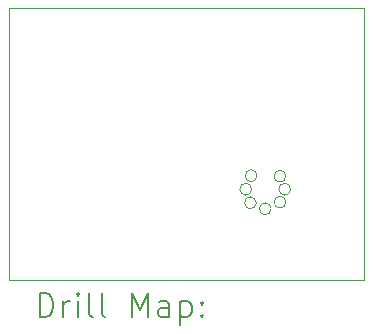
<source format=gbr>
%TF.GenerationSoftware,KiCad,Pcbnew,8.0.6*%
%TF.CreationDate,2024-11-27T10:36:13+01:00*%
%TF.ProjectId,TDR1,54445231-2e6b-4696-9361-645f70636258,0.1*%
%TF.SameCoordinates,Original*%
%TF.FileFunction,Drillmap*%
%TF.FilePolarity,Positive*%
%FSLAX45Y45*%
G04 Gerber Fmt 4.5, Leading zero omitted, Abs format (unit mm)*
G04 Created by KiCad (PCBNEW 8.0.6) date 2024-11-27 10:36:13*
%MOMM*%
%LPD*%
G01*
G04 APERTURE LIST*
%ADD10C,0.100000*%
%ADD11C,0.050000*%
%ADD12C,0.200000*%
G04 APERTURE END LIST*
D10*
X3000000Y2300000D02*
X3000000Y0D01*
X0Y0D02*
X0Y2300000D01*
D11*
X2090000Y650000D02*
G75*
G02*
X1990000Y650000I-50000J0D01*
G01*
X1990000Y650000D02*
G75*
G02*
X2090000Y650000I50000J0D01*
G01*
X2380000Y765000D02*
G75*
G02*
X2280000Y765000I-50000J0D01*
G01*
X2280000Y765000D02*
G75*
G02*
X2380000Y765000I50000J0D01*
G01*
X2095000Y880000D02*
G75*
G02*
X1995000Y880000I-50000J0D01*
G01*
X1995000Y880000D02*
G75*
G02*
X2095000Y880000I50000J0D01*
G01*
D10*
X3000000Y0D02*
X0Y0D01*
X0Y2300000D02*
X3000000Y2300000D01*
D11*
X2050000Y765000D02*
G75*
G02*
X1950000Y765000I-50000J0D01*
G01*
X1950000Y765000D02*
G75*
G02*
X2050000Y765000I50000J0D01*
G01*
X2340000Y875000D02*
G75*
G02*
X2240000Y875000I-50000J0D01*
G01*
X2240000Y875000D02*
G75*
G02*
X2340000Y875000I50000J0D01*
G01*
X2340000Y655000D02*
G75*
G02*
X2240000Y655000I-50000J0D01*
G01*
X2240000Y655000D02*
G75*
G02*
X2340000Y655000I50000J0D01*
G01*
X2215000Y600000D02*
G75*
G02*
X2115000Y600000I-50000J0D01*
G01*
X2115000Y600000D02*
G75*
G02*
X2215000Y600000I50000J0D01*
G01*
D12*
X255777Y-316484D02*
X255777Y-116484D01*
X255777Y-116484D02*
X303396Y-116484D01*
X303396Y-116484D02*
X331967Y-126008D01*
X331967Y-126008D02*
X351015Y-145055D01*
X351015Y-145055D02*
X360539Y-164103D01*
X360539Y-164103D02*
X370062Y-202198D01*
X370062Y-202198D02*
X370062Y-230769D01*
X370062Y-230769D02*
X360539Y-268865D01*
X360539Y-268865D02*
X351015Y-287912D01*
X351015Y-287912D02*
X331967Y-306960D01*
X331967Y-306960D02*
X303396Y-316484D01*
X303396Y-316484D02*
X255777Y-316484D01*
X455777Y-316484D02*
X455777Y-183150D01*
X455777Y-221246D02*
X465301Y-202198D01*
X465301Y-202198D02*
X474824Y-192674D01*
X474824Y-192674D02*
X493872Y-183150D01*
X493872Y-183150D02*
X512920Y-183150D01*
X579586Y-316484D02*
X579586Y-183150D01*
X579586Y-116484D02*
X570063Y-126008D01*
X570063Y-126008D02*
X579586Y-135531D01*
X579586Y-135531D02*
X589110Y-126008D01*
X589110Y-126008D02*
X579586Y-116484D01*
X579586Y-116484D02*
X579586Y-135531D01*
X703396Y-316484D02*
X684348Y-306960D01*
X684348Y-306960D02*
X674824Y-287912D01*
X674824Y-287912D02*
X674824Y-116484D01*
X808158Y-316484D02*
X789110Y-306960D01*
X789110Y-306960D02*
X779586Y-287912D01*
X779586Y-287912D02*
X779586Y-116484D01*
X1036729Y-316484D02*
X1036729Y-116484D01*
X1036729Y-116484D02*
X1103396Y-259341D01*
X1103396Y-259341D02*
X1170063Y-116484D01*
X1170063Y-116484D02*
X1170063Y-316484D01*
X1351015Y-316484D02*
X1351015Y-211722D01*
X1351015Y-211722D02*
X1341491Y-192674D01*
X1341491Y-192674D02*
X1322444Y-183150D01*
X1322444Y-183150D02*
X1284348Y-183150D01*
X1284348Y-183150D02*
X1265301Y-192674D01*
X1351015Y-306960D02*
X1331967Y-316484D01*
X1331967Y-316484D02*
X1284348Y-316484D01*
X1284348Y-316484D02*
X1265301Y-306960D01*
X1265301Y-306960D02*
X1255777Y-287912D01*
X1255777Y-287912D02*
X1255777Y-268865D01*
X1255777Y-268865D02*
X1265301Y-249817D01*
X1265301Y-249817D02*
X1284348Y-240293D01*
X1284348Y-240293D02*
X1331967Y-240293D01*
X1331967Y-240293D02*
X1351015Y-230769D01*
X1446253Y-183150D02*
X1446253Y-383150D01*
X1446253Y-192674D02*
X1465301Y-183150D01*
X1465301Y-183150D02*
X1503396Y-183150D01*
X1503396Y-183150D02*
X1522443Y-192674D01*
X1522443Y-192674D02*
X1531967Y-202198D01*
X1531967Y-202198D02*
X1541491Y-221246D01*
X1541491Y-221246D02*
X1541491Y-278389D01*
X1541491Y-278389D02*
X1531967Y-297436D01*
X1531967Y-297436D02*
X1522443Y-306960D01*
X1522443Y-306960D02*
X1503396Y-316484D01*
X1503396Y-316484D02*
X1465301Y-316484D01*
X1465301Y-316484D02*
X1446253Y-306960D01*
X1627205Y-297436D02*
X1636729Y-306960D01*
X1636729Y-306960D02*
X1627205Y-316484D01*
X1627205Y-316484D02*
X1617682Y-306960D01*
X1617682Y-306960D02*
X1627205Y-297436D01*
X1627205Y-297436D02*
X1627205Y-316484D01*
X1627205Y-192674D02*
X1636729Y-202198D01*
X1636729Y-202198D02*
X1627205Y-211722D01*
X1627205Y-211722D02*
X1617682Y-202198D01*
X1617682Y-202198D02*
X1627205Y-192674D01*
X1627205Y-192674D02*
X1627205Y-211722D01*
M02*

</source>
